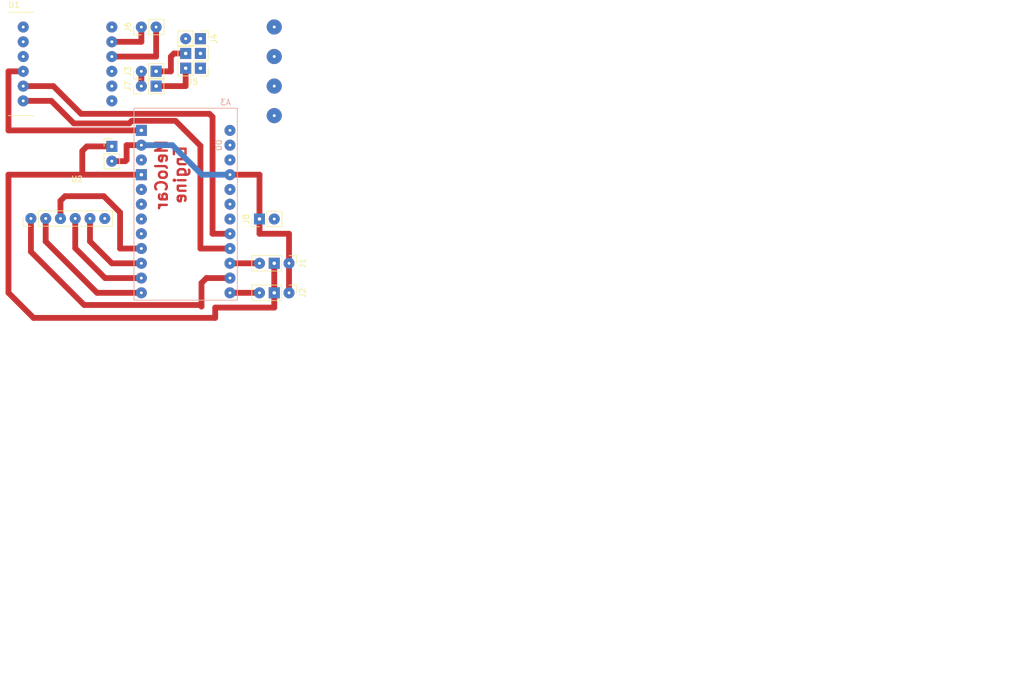
<source format=kicad_pcb>
(kicad_pcb (version 20221018) (generator pcbnew)
  (layers (0 "F.Cu" signal) (31 "B.Cu" signal) (34 "B.Paste" user) (35 "F.Paste" user) (36 "B.SilkS" user "B.Silkscreen") (37 "F.SilkS" user "F.Silkscreen") (38 "B.Mask" user) (39 "F.Mask" user) (44 "Edge.Cuts" user))
  (net 0 "")
  (net 1 "+5V")
  (net 2 "NRF_CE")
  (net 3 "NRF_CSN")
  (net 4 "NRF_SCK")
  (net 5 "NRF_MOSI")
  (net 6 "NRF_MISO")
  (net 7 "PIN_LED")
  (net 8 "PIN_SERVO")
  (net 9 "PIN_HORN")
  (net 10 "PIN_MOTOR_1")
  (net 11 "PIN_MOTOR_2")
  (net 21 "Net-(J6-Pin_1)")
  (net 22 "Net-(J6-Pin_2)")
  (net 30 "+8V")
  (net 31 "GND")
  (net 33 "+BATT")
  (net 34 "-BATT")
  (footprint "Connector_PinHeader_2.54mm:PinHeader_1x03_P2.54mm_Vertical" (layer "F.Cu") (at 63.5 55.88 -90)
    (fp_text reference "J1" (at 0 -2.33 90) (layer "F.SilkS"))
    (fp_text value "Led")
    (fp_line (start -1.33 -1.33) (end 0 -1.33) (stroke (width 0.12)) (layer "F.SilkS"))
    (fp_line (start -1.33 0) (end -1.33 -1.33) (stroke (width 0.12)) (layer "F.SilkS"))
    (fp_line (start -1.33 1.27) (end -1.33 6.41) (stroke (width 0.12)) (layer "F.SilkS"))
    (fp_line (start -1.33 1.27) (end 1.33 1.27) (stroke (width 0.12)) (layer "F.SilkS"))
    (fp_line (start -1.33 6.41) (end 1.33 6.41) (stroke (width 0.12)) (layer "F.SilkS"))
    (fp_line (start 1.33 1.27) (end 1.33 6.41) (stroke (width 0.12)) (layer "F.SilkS"))
    (pad "1" thru_hole oval (at 0 0 270) (size 1.9 1.9) (drill 0.5) (layers "*.Cu" "*.Mask") (net 31 "GND"))
    (pad "2" thru_hole rect (at 0 2.54 270) (size 1.9 1.9) (drill 0.6) (layers "*.Cu" "*.Mask") (net 1 "+5V"))
    (pad "3" thru_hole oval (at 0 5.08 270) (size 1.9 1.9) (drill 0.5) (layers "*.Cu" "*.Mask") (net 7 "PIN_LED"))
  )
  (footprint "Connector_PinHeader_2.54mm:PinHeader_1x02_P2.54mm_Vertical" (layer "F.Cu") (at 38.1 15.24 90)
    (fp_text reference "J6" (at 0 -2.33 90) (layer "F.SilkS"))
    (fp_text value "MOTOR-CTRL")
    (fp_line (start -1.33 -1.33) (end 0 -1.33) (stroke (width 0.12)) (layer "F.SilkS"))
    (fp_line (start -1.33 0) (end -1.33 -1.33) (stroke (width 0.12)) (layer "F.SilkS"))
    (fp_line (start -1.33 1.27) (end -1.33 3.87) (stroke (width 0.12)) (layer "F.SilkS"))
    (fp_line (start -1.33 1.27) (end 1.33 1.27) (stroke (width 0.12)) (layer "F.SilkS"))
    (fp_line (start -1.33 3.87) (end 1.33 3.87) (stroke (width 0.12)) (layer "F.SilkS"))
    (fp_line (start 1.33 1.27) (end 1.33 3.87) (stroke (width 0.12)) (layer "F.SilkS"))
    (pad "1" thru_hole oval (at 0 0 90) (size 1.9 1.9) (drill 0.5) (layers "*.Cu" "*.Mask") (net 21 "Net-(J6-Pin_1)"))
    (pad "2" thru_hole oval (at 0 2.54 90) (size 1.9 1.9) (drill 0.5) (layers "*.Cu" "*.Mask") (net 22 "Net-(J6-Pin_2)"))
  )
  (footprint "" (layer "F.Cu") (at 60.96 15.22896)
    (fp_text reference "" (at 0 0) (layer "F.SilkS") (effects (font (size 1.27 1.27))))
    (fp_text value "" (at 0 0) (layer "F.SilkS") (effects (font (size 1.27 1.27))))
    (pad "1" thru_hole oval (at 0 0 270) (size 2.6 2.6) (drill 0.5) (layers "*.Cu" "*.Mask") (net 21 "Net-(J6-Pin_1)"))
  )
  (footprint "Package_SO:TSSOP-16_4.4x5mm_P0.65mm" (layer "F.Cu") (at 25.4 20.32)
    (fp_text reference "U1" (at -9.188423 -8.883049) (layer "F.SilkS"))
    (fp_text value "DRV8833PW")
    (fp_line (start -7.986051 10.16) (end -10.186051 10.16) (stroke (width 0.12)) (layer "F.SilkS"))
    (fp_line (start -7.986051 10.16) (end -5.786051 10.16) (stroke (width 0.12)) (layer "F.SilkS"))
    (fp_line (start -5.82 -7.62) (end -10.16 -7.62) (stroke (width 0.12)) (layer "F.SilkS"))
    (pad "1" thru_hole oval (at 7.62 -5.08 270) (size 1.9 1.9) (drill 0.5) (layers "*.Cu" "*.Mask"))
    (pad "2" thru_hole oval (at 7.62 -2.54 270) (size 1.9 1.9) (drill 0.5) (layers "*.Cu" "*.Mask") (net 21 "Net-(J6-Pin_1)"))
    (pad "4" thru_hole oval (at 7.62 0 270) (size 1.9 1.9) (drill 0.5) (layers "*.Cu" "*.Mask") (net 22 "Net-(J6-Pin_2)"))
    (pad "5" thru_hole oval (at 7.62 5.08 270) (size 1.9 1.9) (drill 0.5) (layers "*.Cu" "*.Mask"))
    (pad "7" thru_hole oval (at 7.62 2.54 270) (size 1.9 1.9) (drill 0.5) (layers "*.Cu" "*.Mask"))
    (pad "8" thru_hole oval (at 7.62 7.62 270) (size 1.9 1.9) (drill 0.5) (layers "*.Cu" "*.Mask"))
    (pad "9" thru_hole oval (at -7.62 -2.54 270) (size 1.9 1.9) (drill 0.5) (layers "*.Cu" "*.Mask"))
    (pad "10" thru_hole oval (at -7.62 -5.08 270) (size 1.9 1.9) (drill 0.5) (layers "*.Cu" "*.Mask"))
    (pad "11" thru_hole oval (at -7.62 2.54 270) (size 1.9 1.9) (drill 0.5) (layers "*.Cu" "*.Mask") (net 30 "+8V"))
    (pad "13" thru_hole oval (at -7.62 0 270) (size 1.9 1.9) (drill 0.5) (layers "*.Cu" "*.Mask") (net 31 "GND"))
    (pad "15" thru_hole oval (at -7.62 5.08 270) (size 1.9 1.9) (drill 0.5) (layers "*.Cu" "*.Mask") (net 11 "PIN_MOTOR_2"))
    (pad "16" thru_hole oval (at -7.62 7.62 270) (size 1.9 1.9) (drill 0.5) (layers "*.Cu" "*.Mask") (net 10 "PIN_MOTOR_1"))
  )
  (footprint "Connector_PinHeader_2.54mm:PinHeader_1x02_P2.54mm_Vertical" (layer "F.Cu") (at 48.26 17.245 -90)
    (fp_text reference "J4" (at 0 -2.33 -270) (layer "F.SilkS"))
    (fp_text value "Power")
    (fp_line (start -1.33 -1.33) (end 0 -1.33) (stroke (width 0.12)) (layer "F.SilkS"))
    (fp_line (start -1.33 0) (end -1.33 -1.33) (stroke (width 0.12)) (layer "F.SilkS"))
    (fp_line (start -1.33 1.27) (end -1.33 3.87) (stroke (width 0.12)) (layer "F.SilkS"))
    (fp_line (start -1.33 1.27) (end 1.33 1.27) (stroke (width 0.12)) (layer "F.SilkS"))
    (fp_line (start -1.33 3.87) (end 1.33 3.87) (stroke (width 0.12)) (layer "F.SilkS"))
    (fp_line (start 1.33 1.27) (end 1.33 3.87) (stroke (width 0.12)) (layer "F.SilkS"))
    (pad "1" thru_hole rect (at 0 0 270) (size 1.9 1.9) (drill 0.6) (layers "*.Cu" "*.Mask") (net 30 "+8V"))
    (pad "2" thru_hole oval (at 0 2.54 270) (size 1.9 1.9) (drill 0.5) (layers "*.Cu" "*.Mask") (net 31 "GND"))
  )
  (footprint "Connector_PinHeader_2.54mm:PinHeader_1x02_P2.54mm_Vertical" (layer "F.Cu") (at 58.42 48.26 90)
    (fp_text reference "J8" (at 0 -2.33 90) (layer "F.SilkS"))
    (fp_text value "Horn")
    (fp_line (start -1.33 -1.33) (end 0 -1.33) (stroke (width 0.12)) (layer "F.SilkS"))
    (fp_line (start -1.33 0) (end -1.33 -1.33) (stroke (width 0.12)) (layer "F.SilkS"))
    (fp_line (start -1.33 1.27) (end -1.33 3.87) (stroke (width 0.12)) (layer "F.SilkS"))
    (fp_line (start -1.33 1.27) (end 1.33 1.27) (stroke (width 0.12)) (layer "F.SilkS"))
    (fp_line (start -1.33 3.87) (end 1.33 3.87) (stroke (width 0.12)) (layer "F.SilkS"))
    (fp_line (start 1.33 1.27) (end 1.33 3.87) (stroke (width 0.12)) (layer "F.SilkS"))
    (pad "1" thru_hole rect (at 0 0 90) (size 1.9 1.9) (drill 0.6) (layers "*.Cu" "*.Mask") (net 9 "PIN_HORN"))
    (pad "2" thru_hole oval (at 0 2.54 90) (size 1.9 1.9) (drill 0.5) (layers "*.Cu" "*.Mask") (net 31 "GND"))
  )
  (footprint "Connector_PinHeader_2.54mm:PinHeader_1x03_P2.54mm_Vertical" (layer "F.Cu") (at 63.5 60.96 -90)
    (fp_text reference "J2" (at 0 -2.33 90) (layer "F.SilkS"))
    (fp_text value "Servo")
    (fp_line (start -1.33 -1.33) (end 0 -1.33) (stroke (width 0.12)) (layer "F.SilkS"))
    (fp_line (start -1.33 0) (end -1.33 -1.33) (stroke (width 0.12)) (layer "F.SilkS"))
    (fp_line (start -1.33 1.27) (end -1.33 6.41) (stroke (width 0.12)) (layer "F.SilkS"))
    (fp_line (start -1.33 1.27) (end 1.33 1.27) (stroke (width 0.12)) (layer "F.SilkS"))
    (fp_line (start -1.33 6.41) (end 1.33 6.41) (stroke (width 0.12)) (layer "F.SilkS"))
    (fp_line (start 1.33 1.27) (end 1.33 6.41) (stroke (width 0.12)) (layer "F.SilkS"))
    (pad "1" thru_hole oval (at 0 0 270) (size 1.9 1.9) (drill 0.5) (layers "*.Cu" "*.Mask") (net 31 "GND"))
    (pad "2" thru_hole rect (at 0 2.54 270) (size 1.9 1.9) (drill 0.6) (layers "*.Cu" "*.Mask") (net 1 "+5V"))
    (pad "3" thru_hole oval (at 0 5.08 270) (size 1.9 1.9) (drill 0.5) (layers "*.Cu" "*.Mask") (net 8 "PIN_SERVO"))
  )
  (footprint "" (layer "F.Cu") (at 60.96 20.30896)
    (fp_text reference "" (at 0 0) (layer "F.SilkS") (effects (font (size 1.27 1.27))))
    (fp_text value "" (at 0 0) (layer "F.SilkS") (effects (font (size 1.27 1.27))))
    (pad "2" thru_hole oval (at 0 0 270) (size 2.6 2.6) (drill 0.5) (layers "*.Cu" "*.Mask") (net 22 "Net-(J6-Pin_2)"))
  )
  (footprint "Connector_PinHeader_2.54mm:PinHeader_2x02_P2.54mm_Vertical" (layer "F.Cu") (at 48.26 22.325 180)
    (fp_text reference "J5" (at 1.27 -2.33) (layer "F.SilkS"))
    (fp_text value "Switch")
    (fp_line (start -1.33 -1.33) (end 0 -1.33) (stroke (width 0.12)) (layer "F.SilkS"))
    (fp_line (start -1.33 0) (end -1.33 -1.33) (stroke (width 0.12)) (layer "F.SilkS"))
    (fp_line (start -1.33 1.27) (end -1.33 3.87) (stroke (width 0.12)) (layer "F.SilkS"))
    (fp_line (start -1.33 1.27) (end 1.27 1.27) (stroke (width 0.12)) (layer "F.SilkS"))
    (fp_line (start -1.33 3.87) (end 3.87 3.87) (stroke (width 0.12)) (layer "F.SilkS"))
    (fp_line (start 1.27 -1.33) (end 3.87 -1.33) (stroke (width 0.12)) (layer "F.SilkS"))
    (fp_line (start 1.27 1.27) (end 1.27 -1.33) (stroke (width 0.12)) (layer "F.SilkS"))
    (fp_line (start 3.87 -1.33) (end 3.87 3.87) (stroke (width 0.12)) (layer "F.SilkS"))
    (pad "1" thru_hole rect (at 0 0 180) (size 1.9 1.9) (drill 0.6) (layers "*.Cu" "*.Mask") (net 30 "+8V"))
    (pad "2" thru_hole rect (at 2.54 0 180) (size 1.9 1.9) (drill 0.6) (layers "*.Cu" "*.Mask") (net 33 "+BATT"))
    (pad "3" thru_hole rect (at 0 2.54 180) (size 1.9 1.9) (drill 0.6) (layers "*.Cu" "*.Mask") (net 30 "+8V"))
    (pad "4" thru_hole rect (at 2.54 2.54 180) (size 1.9 1.9) (drill 0.6) (layers "*.Cu" "*.Mask") (net 33 "+BATT"))
  )
  (footprint "Arduino pro mini:NRF24L01" (layer "F.Cu") (at 27.036 41.91)
    (fp_text reference "U2" (at 0 -0.5 unlocked) (layer "F.SilkS"))
    (fp_text value "NRF24L01_Breakout")
    (fp_line (start -9.263297 7.597626) (end -9.263297 6.267626) (stroke (width 0.12)) (layer "F.SilkS"))
    (fp_line (start -7.933297 7.597626) (end -9.263297 7.597626) (stroke (width 0.12)) (layer "F.SilkS"))
    (fp_line (start -6.663297 4.937626) (end 6.096703 4.937626) (stroke (width 0.12)) (layer "F.SilkS"))
    (fp_line (start -6.663297 7.597626) (end -6.663297 4.937626) (stroke (width 0.12)) (layer "F.SilkS"))
    (fp_line (start -6.663297 7.597626) (end 6.096703 7.597626) (stroke (width 0.12)) (layer "F.SilkS"))
    (fp_line (start 4.654 -7.467) (end 5.984 -7.467) (stroke (width 0.12)) (layer "F.SilkS"))
    (fp_line (start 4.654 -6.137) (end 4.654 -7.467) (stroke (width 0.12)) (layer "F.SilkS"))
    (fp_line (start 4.654 -4.867) (end 4.654 -2.267) (stroke (width 0.12)) (layer "F.SilkS"))
    (fp_line (start 4.654 -4.867) (end 7.314 -4.867) (stroke (width 0.12)) (layer "F.SilkS"))
    (fp_line (start 4.654 -2.267) (end 7.314 -2.267) (stroke (width 0.12)) (layer "F.SilkS"))
    (fp_line (start 6.096703 7.597626) (end 6.096703 4.937626) (stroke (width 0.12)) (layer "F.SilkS"))
    (fp_line (start 7.314 -4.867) (end 7.314 -2.267) (stroke (width 0.12)) (layer "F.SilkS"))
    (pad "1" thru_hole oval (at 5.984 -3.597 90) (size 1.9 1.9) (drill 0.5) (layers "*.Cu" "*.Mask") (net 31 "GND"))
    (pad "2" thru_hole rect (at 5.984 -6.137) (size 1.9 1.9) (drill 0.6) (layers "*.Cu" "*.Mask") (net 1 "+5V"))
    (pad "3" thru_hole oval (at -7.933297 6.267626 90) (size 1.9 1.9) (drill 0.5) (layers "*.Cu" "*.Mask") (net 2 "NRF_CE"))
    (pad "4" thru_hole oval (at -5.393297 6.267626 90) (size 1.9 1.9) (drill 0.5) (layers "*.Cu" "*.Mask") (net 3 "NRF_CSN"))
    (pad "5" thru_hole oval (at -2.853297 6.267626 90) (size 1.9 1.9) (drill 0.5) (layers "*.Cu" "*.Mask") (net 4 "NRF_SCK"))
    (pad "6" thru_hole oval (at -0.313297 6.267626 90) (size 1.9 1.9) (drill 0.5) (layers "*.Cu" "*.Mask") (net 5 "NRF_MOSI"))
    (pad "7" thru_hole oval (at 2.226703 6.267626 90) (size 1.9 1.9) (drill 0.5) (layers "*.Cu" "*.Mask") (net 6 "NRF_MISO"))
    (pad "8" thru_hole oval (at 4.766703 6.267626 90) (size 1.9 1.9) (drill 0.5) (layers "*.Cu" "*.Mask"))
  )
  (footprint "" (layer "F.Cu") (at 60.96 25.4)
    (fp_text reference "" (at 0 0) (layer "F.SilkS") (effects (font (size 1.27 1.27))))
    (fp_text value "" (at 0 0) (layer "F.SilkS") (effects (font (size 1.27 1.27))))
    (pad "2" thru_hole oval (at 0 0 270) (size 2.6 2.6) (drill 0.5) (layers "*.Cu" "*.Mask") (net 31 "GND"))
  )
  (footprint "Connector_PinHeader_2.54mm:PinHeader_1x02_P2.54mm_Vertical" (layer "F.Cu") (at 38.1 25.4 90)
    (fp_text reference "J7" (at 0 -2.33 90) (layer "F.SilkS"))
    (fp_text value "BarGraph")
    (fp_line (start -1.33 -1.33) (end 0 -1.33) (stroke (width 0.12)) (layer "F.SilkS"))
    (fp_line (start -1.33 0) (end -1.33 -1.33) (stroke (width 0.12)) (layer "F.SilkS"))
    (fp_line (start -1.33 1.27) (end -1.33 3.87) (stroke (width 0.12)) (layer "F.SilkS"))
    (fp_line (start -1.33 1.27) (end 1.33 1.27) (stroke (width 0.12)) (layer "F.SilkS"))
    (fp_line (start -1.33 3.87) (end 1.33 3.87) (stroke (width 0.12)) (layer "F.SilkS"))
    (fp_line (start 1.33 1.27) (end 1.33 3.87) (stroke (width 0.12)) (layer "F.SilkS"))
    (pad "1" thru_hole oval (at 0 0 90) (size 1.9 1.9) (drill 0.5) (layers "*.Cu" "*.Mask") (net 34 "-BATT"))
    (pad "2" thru_hole rect (at 0 2.54 90) (size 1.9 1.9) (drill 0.6) (layers "*.Cu" "*.Mask") (net 33 "+BATT"))
  )
  (footprint "Connector_PinHeader_2.54mm:PinHeader_1x02_P2.54mm_Vertical" (layer "F.Cu") (at 38.1 22.86 90)
    (fp_text reference "J3" (at 0 -2.33 90) (layer "F.SilkS"))
    (fp_text value "Battery")
    (fp_line (start -1.33 -1.33) (end 0 -1.33) (stroke (width 0.12)) (layer "F.SilkS"))
    (fp_line (start -1.33 0) (end -1.33 -1.33) (stroke (width 0.12)) (layer "F.SilkS"))
    (fp_line (start -1.33 1.27) (end -1.33 3.87) (stroke (width 0.12)) (layer "F.SilkS"))
    (fp_line (start -1.33 1.27) (end 1.33 1.27) (stroke (width 0.12)) (layer "F.SilkS"))
    (fp_line (start -1.33 3.87) (end 1.33 3.87) (stroke (width 0.12)) (layer "F.SilkS"))
    (fp_line (start 1.33 1.27) (end 1.33 3.87) (stroke (width 0.12)) (layer "F.SilkS"))
    (pad "1" thru_hole oval (at 0 0 90) (size 1.9 1.9) (drill 0.5) (layers "*.Cu" "*.Mask") (net 34 "-BATT"))
    (pad "2" thru_hole rect (at 0 2.54 90) (size 1.9 1.9) (drill 0.6) (layers "*.Cu" "*.Mask") (net 33 "+BATT"))
  )
  (footprint "" (layer "F.Cu") (at 60.96 30.48)
    (fp_text reference "" (at 0 0) (layer "F.SilkS") (effects (font (size 1.27 1.27))))
    (fp_text value "" (at 0 0) (layer "F.SilkS") (effects (font (size 1.27 1.27))))
    (pad "1" thru_hole oval (at 0 0 270) (size 2.6 2.6) (drill 0.5) (layers "*.Cu" "*.Mask") (net 30 "+8V"))
  )
  (footprint "PCM_arduino-library:Arduino_Pro_Mini_Socket_NoSPH" (layer "B.Cu") (at 45.72 45.72 180)
    (fp_text reference "A3" (at -6.858 17.526) (layer "B.SilkS") (effects (justify mirror)))
    (fp_text value "Arduino_Pro_Mini_Socket_NoSPH")
    (fp_text user "D0" (at -5.715 10.16 90 unlocked) (layer "B.SilkS") (effects (justify mirror)))
    (fp_text user "D0" (at -5.715 10.16 90 unlocked) (layer "F.SilkS"))
    (fp_line (start -8.89 16.51) (end -8.89 -16.51) (stroke (width 0.15)) (layer "B.SilkS"))
    (fp_line (start 8.89 -16.51) (end -8.89 -16.51) (stroke (width 0.15)) (layer "B.SilkS"))
    (fp_line (start 8.89 16.51) (end -8.89 16.51) (stroke (width 0.15)) (layer "B.SilkS"))
    (fp_line (start 8.89 16.51) (end 8.89 -16.51) (stroke (width 0.15)) (layer "B.SilkS"))
    (pad "A0" thru_hole oval (at 7.62 -5.08 180) (size 1.9 1.9) (drill 0.5) (layers "*.Cu" "*.Mask"))
    (pad "A1" thru_hole oval (at 7.62 -2.54 180) (size 1.9 1.9) (drill 0.5) (layers "*.Cu" "*.Mask"))
    (pad "A2" thru_hole oval (at 7.62 0 180) (size 1.9 1.9) (drill 0.5) (layers "*.Cu" "*.Mask"))
    (pad "A3" thru_hole oval (at 7.62 2.54 180) (size 1.9 1.9) (drill 0.5) (layers "*.Cu" "*.Mask"))
    (pad "D0" thru_hole oval (at -7.62 10.16 180) (size 1.9 1.9) (drill 0.5) (layers "*.Cu" "*.Mask"))
    (pad "D1" thru_hole oval (at -7.62 12.7 180) (size 1.9 1.9) (drill 0.5) (layers "*.Cu" "*.Mask"))
    (pad "D2" thru_hole oval (at -7.62 2.54 180) (size 1.9 1.9) (drill 0.5) (layers "*.Cu" "*.Mask"))
    (pad "D3" thru_hole oval (at -7.62 0 180) (size 1.9 1.9) (drill 0.5) (layers "*.Cu" "*.Mask"))
    (pad "D4" thru_hole oval (at -7.62 -2.54 180) (size 1.9 1.9) (drill 0.5) (layers "*.Cu" "*.Mask") (net 9 "PIN_HORN"))
    (pad "D5" thru_hole oval (at -7.62 -5.08 180) (size 1.9 1.9) (drill 0.5) (layers "*.Cu" "*.Mask") (net 11 "PIN_MOTOR_2"))
    (pad "D6" thru_hole oval (at -7.62 -7.62 180) (size 1.9 1.9) (drill 0.5) (layers "*.Cu" "*.Mask") (net 10 "PIN_MOTOR_1"))
    (pad "D7" thru_hole oval (at -7.62 -10.16 180) (size 1.9 1.9) (drill 0.5) (layers "*.Cu" "*.Mask") (net 7 "PIN_LED"))
    (pad "D8" thru_hole oval (at -7.62 -12.7 180) (size 1.9 1.9) (drill 0.5) (layers "*.Cu" "*.Mask") (net 2 "NRF_CE"))
    (pad "D9" thru_hole oval (at -7.62 -15.24 180) (size 1.9 1.9) (drill 0.5) (layers "*.Cu" "*.Mask") (net 8 "PIN_SERVO"))
    (pad "D10" thru_hole oval (at 7.62 -15.24 180) (size 1.9 1.9) (drill 0.5) (layers "*.Cu" "*.Mask") (net 3 "NRF_CSN"))
    (pad "D11" thru_hole oval (at 7.62 -12.7 180) (size 1.9 1.9) (drill 0.5) (layers "*.Cu" "*.Mask") (net 5 "NRF_MOSI"))
    (pad "D12" thru_hole oval (at 7.62 -10.16 180) (size 1.9 1.9) (drill 0.5) (layers "*.Cu" "*.Mask") (net 6 "NRF_MISO"))
    (pad "D13" thru_hole oval (at 7.62 -7.62 180) (size 1.9 1.9) (drill 0.5) (layers "*.Cu" "*.Mask") (net 4 "NRF_SCK"))
    (pad "GND1" thru_hole oval (at -7.62 5.08 180) (size 1.9 1.9) (drill 0.5) (layers "*.Cu" "*.Mask") (net 31 "GND"))
    (pad "GND2" thru_hole oval (at 7.62 10.16 180) (size 1.9 1.9) (drill 0.5) (layers "*.Cu" "*.Mask") (net 31 "GND"))
    (pad "RAW" thru_hole rect (at 7.62 12.7 180) (size 1.9 1.9) (drill 0.6) (layers "*.Cu" "*.Mask") (net 30 "+8V"))
    (pad "RST1" thru_hole oval (at -7.62 7.62 180) (size 1.9 1.9) (drill 0.5) (layers "*.Cu" "*.Mask"))
    (pad "RST2" thru_hole oval (at 7.62 7.62 180) (size 1.9 1.9) (drill 0.5) (layers "*.Cu" "*.Mask"))
    (pad "Vcc1" thru_hole rect (at 7.62 5.08 180) (size 1.9 1.9) (drill 0.6) (layers "*.Cu" "*.Mask") (net 1 "+5V"))
  )
  (gr_text "MeloCar\nEngine" (at 43.18 40.64 90) (layer "F.Cu") (effects (font (size 2 2) (thickness 0.4)) (justify mirror)))
  (segment (start 19.548974 65.268974) (end 15.24 60.96) (width 1) (layer "F.Cu") (net 1))
  (segment (start 50.8 65.268974) (end 19.548974 65.268974) (width 1) (layer "F.Cu") (net 1))
  (segment (start 60.96 60.96) (end 60.96 55.88) (width 1) (layer "F.Cu") (net 1))
  (segment (start 15.24 60.96) (end 15.24 40.64) (width 1) (layer "F.Cu") (net 1))
  (segment (start 33.02 35.773) (end 28.727268 35.773) (width 1) (layer "F.Cu") (net 1))
  (segment (start 60.96 63.5) (end 50.8 63.5) (width 1) (layer "F.Cu") (net 1))
  (segment (start 38.1 40.64) (end 30.48 40.64) (width 1) (layer "F.Cu") (net 1))
  (segment (start 27.94 36.560268) (end 27.94 40.64) (width 1) (layer "F.Cu") (net 1))
  (segment (start 27.94 40.64) (end 30.48 40.64) (width 1) (layer "F.Cu") (net 1))
  (segment (start 60.96 60.96) (end 60.96 63.5) (width 1) (layer "F.Cu") (net 1))
  (segment (start 28.727268 35.773) (end 27.94 36.560268) (width 1) (layer "F.Cu") (net 1))
  (segment (start 50.8 63.5) (end 50.8 65.268974) (width 1) (layer "F.Cu") (net 1))
  (segment (start 15.24 40.64) (end 27.94 40.64) (width 1) (layer "F.Cu") (net 1))
  (segment (start 49.299285 58.42) (end 53.34 58.42) (width 1) (layer "F.Cu") (net 2))
  (segment (start 19.102703 53.893574) (end 28.260277 63.051148) (width 1) (layer "F.Cu") (net 2))
  (segment (start 48.444322 59.274963) (end 49.299285 58.42) (width 1) (layer "F.Cu") (net 2))
  (segment (start 48.444322 63.315678) (end 48.444322 59.274963) (width 1) (layer "F.Cu") (net 2))
  (segment (start 19.102703 48.177626) (end 19.102703 53.893574) (width 1) (layer "F.Cu") (net 2))
  (segment (start 28.260277 63.051148) (end 48.179792 63.051148) (width 1) (layer "F.Cu") (net 2))
  (segment (start 48.179792 63.051148) (end 48.444322 63.315678) (width 1) (layer "F.Cu") (net 2))
  (segment (start 21.642703 48.177626) (end 21.642703 52.122703) (width 1) (layer "F.Cu") (net 3))
  (segment (start 21.642703 52.122703) (end 30.48 60.96) (width 1) (layer "F.Cu") (net 3))
  (segment (start 30.48 60.96) (end 38.1 60.96) (width 1) (layer "F.Cu") (net 3))
  (segment (start 31.635797 44.335797) (end 34.436393 47.136393) (width 1) (layer "F.Cu") (net 4))
  (segment (start 34.436393 53.34) (end 38.1 53.34) (width 1) (layer "F.Cu") (net 4))
  (segment (start 34.436393 47.136393) (end 34.436393 53.34) (width 1) (layer "F.Cu") (net 4))
  (segment (start 24.182703 48.177626) (end 24.182703 45.133463) (width 1) (layer "F.Cu") (net 4))
  (segment (start 24.182703 45.133463) (end 24.980369 44.335797) (width 1) (layer "F.Cu") (net 4))
  (segment (start 24.980369 44.335797) (end 31.635797 44.335797) (width 1) (layer "F.Cu") (net 4))
  (segment (start 26.722703 48.177626) (end 26.722703 53.279368) (width 1) (layer "F.Cu") (net 5))
  (segment (start 31.863335 58.42) (end 38.1 58.42) (width 1) (layer "F.Cu") (net 5))
  (segment (start 26.722703 53.279368) (end 31.863335 58.42) (width 1) (layer "F.Cu") (net 5))
  (segment (start 29.262703 52.122703) (end 33.02 55.88) (width 1) (layer "F.Cu") (net 6))
  (segment (start 29.262703 48.177626) (end 29.262703 52.122703) (width 1) (layer "F.Cu") (net 6))
  (segment (start 33.02 55.88) (end 38.1 55.88) (width 1) (layer "F.Cu") (net 6))
  (segment (start 53.34 55.88) (end 58.42 55.88) (width 1) (layer "F.Cu") (net 7))
  (segment (start 53.34 60.96) (end 58.42 60.96) (width 1) (layer "F.Cu") (net 8))
  (segment (start 48.26 53.34) (end 53.34 53.34) (width 1) (layer "F.Cu") (net 10))
  (segment (start 36 31.82) (end 36.45 31.37) (width 1) (layer "F.Cu") (net 10))
  (segment (start 48.26 35.662508) (end 48.26 53.34) (width 1) (layer "F.Cu") (net 10))
  (segment (start 22.609514 27.94) (end 26.489514 31.82) (width 1) (layer "F.Cu") (net 10))
  (segment (start 17.78 27.94) (end 22.609514 27.94) (width 1) (layer "F.Cu") (net 10))
  (segment (start 26.489514 31.82) (end 36 31.82) (width 1) (layer "F.Cu") (net 10))
  (segment (start 43.967492 31.37) (end 48.26 35.662508) (width 1) (layer "F.Cu") (net 10))
  (segment (start 36.45 31.37) (end 43.967492 31.37) (width 1) (layer "F.Cu") (net 10))
  (segment (start 50.343964 50.8) (end 53.34 50.8) (width 1) (layer "F.Cu") (net 11))
  (segment (start 17.78 25.4) (end 22.963274 25.4) (width 1) (layer "F.Cu") (net 11))
  (segment (start 27.733274 30.17) (end 49.809535 30.17) (width 1) (layer "F.Cu") (net 11))
  (segment (start 49.809535 30.17) (end 50.343964 30.704429) (width 1) (layer "F.Cu") (net 11))
  (segment (start 50.343964 30.704429) (end 50.343964 50.8) (width 1) (layer "F.Cu") (net 11))
  (segment (start 22.963274 25.4) (end 27.733274 30.17) (width 1) (layer "F.Cu") (net 11))
  (segment (start 33.02 17.78) (end 38.1 17.78) (width 1) (layer "F.Cu") (net 21))
  (segment (start 38.1 17.78) (end 38.1 15.24) (width 1) (layer "F.Cu") (net 21))
  (segment (start 40.64 20.32) (end 40.64 15.24) (width 1) (layer "F.Cu") (net 22))
  (segment (start 33.02 20.32) (end 40.64 20.32) (width 1) (layer "F.Cu") (net 22))
  (segment (start 15.24 33.02) (end 15.24 22.86) (width 1) (layer "F.Cu") (net 30))
  (segment (start 38.1 33.02) (end 15.24 33.02) (width 1) (layer "F.Cu") (net 30))
  (segment (start 15.24 22.86) (end 17.78 22.86) (width 1) (layer "F.Cu") (net 30))
  (segment (start 35.56 38.1) (end 35.56 35.56) (width 1) (layer "F.Cu") (net 31))
  (segment (start 58.42 50.8) (end 63.5 50.8) (width 1) (layer "F.Cu") (net 31))
  (segment (start 58.42 40.64) (end 53.34 40.64) (width 1) (layer "F.Cu") (net 31))
  (segment (start 63.5 50.8) (end 63.5 60.96) (width 1) (layer "F.Cu") (net 31))
  (segment (start 35.56 35.56) (end 38.1 35.56) (width 1) (layer "F.Cu") (net 31))
  (segment (start 58.42 40.64) (end 58.42 50.8) (width 1) (layer "F.Cu") (net 31))
  (segment (start 35.347 38.313) (end 35.56 38.1) (width 1) (layer "F.Cu") (net 31))
  (segment (start 33.02 38.313) (end 35.347 38.313) (width 1) (layer "F.Cu") (net 31))
  (segment (start 38.1 35.56) (end 43.431386 35.56) (width 1) (layer "B.Cu") (net 31))
  (segment (start 48.511386 40.64) (end 53.34 40.64) (width 1) (layer "B.Cu") (net 31))
  (segment (start 43.431386 35.56) (end 48.511386 40.64) (width 1) (layer "B.Cu") (net 31))
  (segment (start 45.72 25.4) (end 40.64 25.4) (width 1) (layer "F.Cu") (net 33))
  (segment (start 43.18 20.32) (end 43.715 19.785) (width 1) (layer "F.Cu") (net 33))
  (segment (start 43.18 22.86) (end 43.18 20.32) (width 1) (layer "F.Cu") (net 33))
  (segment (start 43.715 19.785) (end 45.72 19.785) (width 1) (layer "F.Cu") (net 33))
  (segment (start 45.72 22.325) (end 45.72 25.4) (width 1) (layer "F.Cu") (net 33))
  (segment (start 40.64 22.86) (end 43.18 22.86) (width 1) (layer "F.Cu") (net 33))
  (segment (start 38.1 25.4) (end 38.1 22.86) (width 1) (layer "F.Cu") (net 34))
)
</source>
